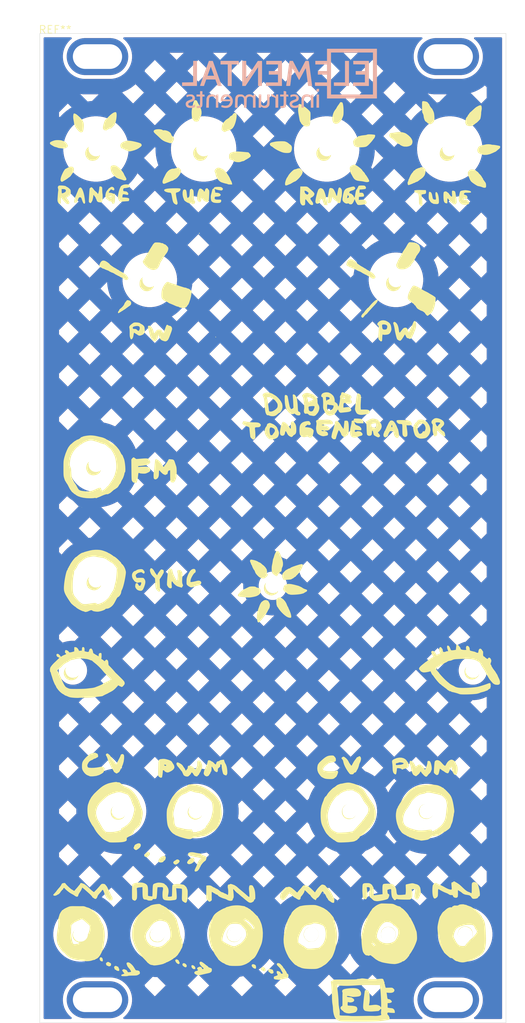
<source format=kicad_pcb>
(kicad_pcb (version 20241229) (generator "pcbnew") (generator_version "9.0")
  (layers (0 "F.Cu" signal) (2 "B.Cu" signal) (13 "F.Paste" user) (15 "B.Paste" user) (5 "F.SilkS" user "F.Silkscreen") (7 "B.SilkS" user "B.Silkscreen") (1 "F.Mask" user) (3 "B.Mask" user) (25 "Edge.Cuts" user))
  (net 0 "")
  (footprint "Eurorack:Pot hole M7 shaft" (layer "F.Cu") (at 87 46)
    (property "Reference" "REF**" (hide yes))
    (property "Value" "Pot hole M7 shaft")
    (pad "" np_thru_hole circle (at 0 0) (size 1.905 1.905) (drill 8) (layers "*.Cu" "*.Mask"))
  )
  (footprint "Eurorack:Led 3mm hole" (layer "F.Cu") (at 136 115 90)
    (property "Reference" "REF**" (hide yes))
    (property "Value" "Led 3mm hole")
    (pad "" np_thru_hole circle (at 1.27 0 90) (size 1.905 1.905) (drill 3.2) (layers "*.Cu" "*.Mask"))
  )
  (footprint "Eurorack:Pot hole 6mm shaft" (layer "F.Cu") (at 126 63)
    (property "Reference" "REF**" (hide yes))
    (property "Value" "Pot hole 6mm shaft")
    (pad "" np_thru_hole circle (at 0 0) (size 1.905 1.905) (drill 6.6) (layers "*.Cu" "*.Mask"))
  )
  (footprint "Eurorack:Pot hole 6mm shaft" (layer "F.Cu") (at 100 132)
    (property "Reference" "REF**" (hide yes))
    (property "Value" "Pot hole 6mm shaft")
    (pad "" np_thru_hole circle (at 0 0) (size 1.905 1.905) (drill 6.6) (layers "*.Cu" "*.Mask"))
  )
  (footprint "Eurorack:Pot hole 6mm shaft" (layer "F.Cu") (at 115 148)
    (property "Reference" "REF**" (hide yes))
    (property "Value" "Pot hole 6mm shaft")
    (pad "" np_thru_hole circle (at 0 0) (size 1.905 1.905) (drill 6.6) (layers "*.Cu" "*.Mask"))
  )
  (footprint "Eurorack:Pot hole 6mm shaft" (layer "F.Cu") (at 120 132)
    (property "Reference" "REF**" (hide yes))
    (property "Value" "Pot hole 6mm shaft")
    (pad "" np_thru_hole circle (at 0 0) (size 1.905 1.905) (drill 6.6) (layers "*.Cu" "*.Mask"))
  )
  (footprint "Eurorack:Pot hole 6mm shaft" (layer "F.Cu") (at 130 132)
    (property "Reference" "REF**" (hide yes))
    (property "Value" "Pot hole 6mm shaft")
    (pad "" np_thru_hole circle (at 0 0) (size 1.905 1.905) (drill 6.6) (layers "*.Cu" "*.Mask"))
  )
  (footprint "Eurorack:Pot hole 6mm shaft" (layer "F.Cu") (at 135 148)
    (property "Reference" "REF**" (hide yes))
    (property "Value" "Pot hole 6mm shaft")
    (pad "" np_thru_hole circle (at 0 0) (size 1.905 1.905) (drill 6.6) (layers "*.Cu" "*.Mask"))
  )
  (footprint "Eurorack:Pot hole 6mm shaft" (layer "F.Cu") (at 125 148)
    (property "Reference" "REF**" (hide yes))
    (property "Value" "Pot hole 6mm shaft")
    (pad "" np_thru_hole circle (at 0 0) (size 1.905 1.905) (drill 6.6) (layers "*.Cu" "*.Mask"))
  )
  (footprint "Eurorack:Pot hole 6mm shaft" (layer "F.Cu") (at 85 148)
    (property "Reference" "REF**" (hide yes))
    (property "Value" "Pot hole 6mm shaft")
    (pad "" np_thru_hole circle (at 0 0) (size 1.905 1.905) (drill 6.6) (layers "*.Cu" "*.Mask"))
  )
  (footprint "Eurorack:Pot hole M7 shaft" (layer "F.Cu") (at 101 46)
    (property "Reference" "REF**" (hide yes))
    (property "Value" "Pot hole M7 shaft")
    (pad "" np_thru_hole circle (at 0 0) (size 1.905 1.905) (drill 8) (layers "*.Cu" "*.Mask"))
  )
  (footprint "Eurorack:Pot hole M7 shaft" (layer "F.Cu") (at 117 46)
    (property "Reference" "REF**" (hide yes))
    (property "Value" "Pot hole M7 shaft")
    (pad "" np_thru_hole circle (at 0 0) (size 1.905 1.905) (drill 8) (layers "*.Cu" "*.Mask"))
  )
  (footprint "Eurorack:Pot hole 6mm shaft" (layer "F.Cu") (at 105 148)
    (property "Reference" "REF**" (hide yes))
    (property "Value" "Pot hole 6mm shaft")
    (pad "" np_thru_hole circle (at 0 0) (size 1.905 1.905) (drill 6.6) (layers "*.Cu" "*.Mask"))
  )
  (footprint "Eurorack:Eurorack panel 12HP" (layer "F.Cu") (at 79.7 31)
    (property "Reference" "REF**" (at 2 -0.5 0) (layer "F.SilkS") (effects (font (thickness 0.1))))
    (property "Value" "Eurorack panel 12HP")
    (fp_rect (start 0 0) (end 60.6 128.5) (stroke (width 0.05)) (fill no) (layer "Edge.Cuts"))
    (pad "" thru_hole oval (at 7.5 3) (size 8 4.8) (drill oval 6.4 3.2) (layers "*.Cu" "*.Mask"))
    (pad "" thru_hole oval (at 7.5 125.5) (size 8 4.8) (drill oval 6.4 3.2) (layers "*.Cu" "*.Mask"))
    (pad "" thru_hole oval (at 53.1 3) (size 8 4.8) (drill oval 6.4 3.2) (layers "*.Cu" "*.Mask"))
    (pad "" thru_hole oval (at 53.1 125.5) (size 8 4.8) (drill oval 6.4 3.2) (layers "*.Cu" "*.Mask"))
  )
  (footprint "Eurorack:Pot hole M7 shaft" (layer "F.Cu") (at 133 46)
    (property "Reference" "REF**" (hide yes))
    (property "Value" "Pot hole M7 shaft")
    (pad "" np_thru_hole circle (at 0 0) (size 1.905 1.905) (drill 8) (layers "*.Cu" "*.Mask"))
  )
  (footprint "Eurorack:Pot hole 6mm shaft" (layer "F.Cu") (at 87 102)
    (property "Reference" "REF**" (hide yes))
    (property "Value" "Pot hole 6mm shaft")
    (pad "" np_thru_hole circle (at 0 0) (size 1.905 1.905) (drill 6.6) (layers "*.Cu" "*.Mask"))
  )
  (footprint "Eurorack:Pot hole 6mm shaft" (layer "F.Cu") (at 90 132)
    (property "Reference" "REF**" (hide yes))
    (property "Value" "Pot hole 6mm shaft")
    (pad "" np_thru_hole circle (at 0 0) (size 1.905 1.905) (drill 6.6) (layers "*.Cu" "*.Mask"))
  )
  (footprint "Eurorack:Led 3mm hole" (layer "F.Cu") (at 84 115 90)
    (property "Reference" "REF**" (hide yes))
    (property "Value" "Led 3mm hole")
    (pad "" np_thru_hole circle (at 1.27 0 90) (size 1.905 1.905) (drill 3.2) (layers "*.Cu" "*.Mask"))
  )
  (footprint "LOGO" (layer "F.Cu") (at 109.75 95.5)
    (property "Reference" "G***" (hide yes))
    (property "Value" "LOGO" (hide yes))
  )
  (footprint "Eurorack:Pot hole 6mm shaft" (layer "F.Cu") (at 94 63)
    (property "Reference" "REF**" (hide yes))
    (property "Value" "Pot hole 6mm shaft")
    (pad "" np_thru_hole circle (at 0 0) (size 1.905 1.905) (drill 6.6) (layers "*.Cu" "*.Mask"))
  )
  (footprint "Eurorack:Pot hole 6mm shaft" (layer "F.Cu") (at 95 148)
    (property "Reference" "REF**" (hide yes))
    (property "Value" "Pot hole 6mm shaft")
    (pad "" np_thru_hole circle (at 0 0) (size 1.905 1.905) (drill 6.6) (layers "*.Cu" "*.Mask"))
  )
  (footprint "Eurorack:Pot hole 6mm shaft" (layer "F.Cu") (at 87 87)
    (property "Reference" "REF**" (hide yes))
    (property "Value" "Pot hole 6mm shaft")
    (pad "" np_thru_hole circle (at 0 0) (size 1.905 1.905) (drill 6.6) (layers "*.Cu" "*.Mask"))
  )
  (footprint "Eurorack:Led 3mm hole" (layer "F.Cu") (at 110 104 90)
    (property "Reference" "REF**" (hide yes))
    (property "Value" "Led 3mm hole")
    (pad "" np_thru_hole circle (at 1.27 0 90) (size 1.905 1.905) (drill 3.2) (layers "*.Cu" "*.Mask"))
  )
  (footprint "elemental:elemental-25.4mm" (layer "B.Cu") (at 111 37 180)
    (property "Reference" "G***" (hide yes))
    (property "Value" "LOGO" (hide yes))
  )
  (zone (net 0) (net_name "") (layers "F.Cu" "B.Cu") (connect_pads no (clearance 0.5)) (min_thickness 0.25) (fill yes (mode hatch) (thermal_gap 0.5) (thermal_bridge_width 0.5) (island_removal_mode 1) (island_area_min 10) (hatch_thickness 2) (hatch_gap 2) (hatch_orientation 45) (hatch_border_algorithm hatch_thickness) (hatch_min_hole_area 0.3))
    (polygon (pts (xy 79.7 31) (xy 80 159) (xy 140 159) (xy 140 31)))
  )
)
</source>
